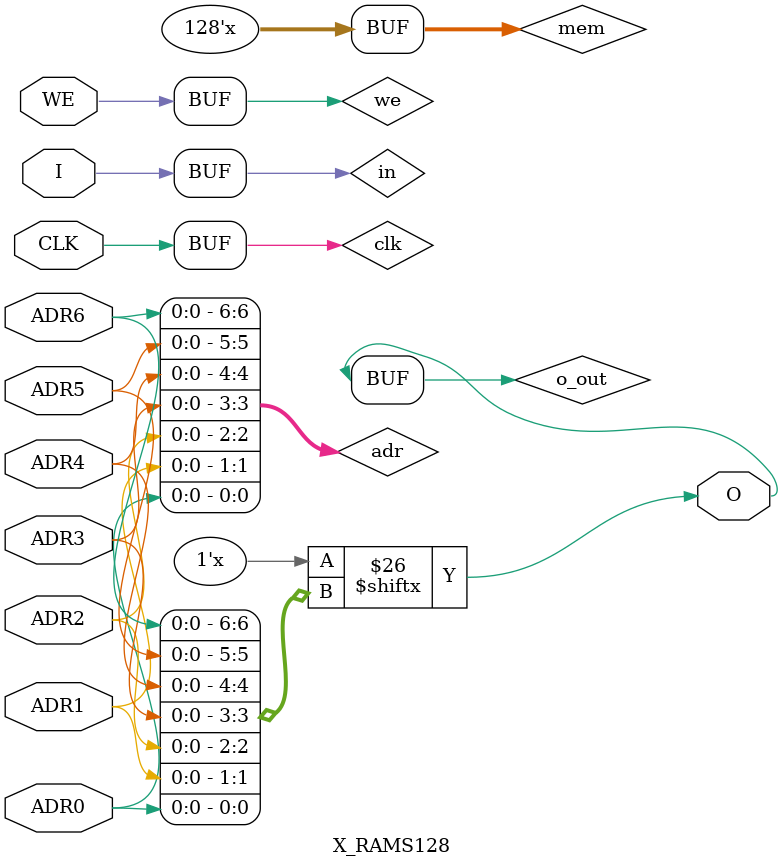
<source format=v>

`timescale 1 ps/1 ps

module X_RAMS128 (O, ADR0, ADR1, ADR2, ADR3, ADR4, ADR5, ADR6, CLK, I, WE);

  parameter INIT = 128'h00000000000000000000000000000000;

  output O;
  input ADR0, ADR1, ADR2, ADR3, ADR4, ADR5, ADR6, CLK, I, WE;

  reg [127:0] mem;
  wire [6:0] adr;

  wire in, we, clk;
  reg o_out;
  reg notifier;

  buf b1 (in, I);
  buf b2 (clk, CLK);
  buf b3 (we ,WE);
  buf b4 (adr[6],ADR6);
  buf b5 (adr[5],ADR5);
  buf b6 (adr[4],ADR4);
  buf b7 (adr[3],ADR3);
  buf b8 (adr[2],ADR2);
  buf b9 (adr[1],ADR1);
  buf bA (adr[0],ADR0);
  buf bB (O, o_out);

  initial begin
    mem <= INIT;
  end

  always @(posedge clk) begin
    if (we == 1'b1)
      mem[adr] <= in;
  end

  always @(mem or adr) begin
    o_out <= mem[adr];
  end

  always @(notifier) begin
    mem[adr] <= 1'bx;
  end

  specify

	(CLK => O) = (0:0:0, 0:0:0);
	(ADR0 => O) = (0:0:0, 0:0:0);
	(ADR1 => O) = (0:0:0, 0:0:0);
	(ADR2 => O) = (0:0:0, 0:0:0);
	(ADR3 => O) = (0:0:0, 0:0:0);
	(ADR4 => O) = (0:0:0, 0:0:0);
	(ADR5 => O) = (0:0:0, 0:0:0);
	(ADR6 => O) = (0:0:0, 0:0:0);

	$setuphold (posedge CLK, posedge I &&& WE, 0:0:0, 0:0:0, notifier);
	$setuphold (posedge CLK, negedge I &&& WE, 0:0:0, 0:0:0, notifier);
	$setuphold (posedge CLK, posedge ADR0 &&& WE, 0:0:0, 0:0:0, notifier);
	$setuphold (posedge CLK, negedge ADR0 &&& WE, 0:0:0, 0:0:0, notifier);
	$setuphold (posedge CLK, posedge ADR1 &&& WE, 0:0:0, 0:0:0, notifier);
	$setuphold (posedge CLK, negedge ADR1 &&& WE, 0:0:0, 0:0:0, notifier);
	$setuphold (posedge CLK, posedge ADR2 &&& WE, 0:0:0, 0:0:0, notifier);
	$setuphold (posedge CLK, negedge ADR2 &&& WE, 0:0:0, 0:0:0, notifier);
	$setuphold (posedge CLK, posedge ADR3 &&& WE, 0:0:0, 0:0:0, notifier);
	$setuphold (posedge CLK, negedge ADR3 &&& WE, 0:0:0, 0:0:0, notifier);
	$setuphold (posedge CLK, posedge ADR4 &&& WE, 0:0:0, 0:0:0, notifier);
	$setuphold (posedge CLK, negedge ADR4 &&& WE, 0:0:0, 0:0:0, notifier);
	$setuphold (posedge CLK, posedge ADR5 &&& WE, 0:0:0, 0:0:0, notifier);
	$setuphold (posedge CLK, negedge ADR5 &&& WE, 0:0:0, 0:0:0, notifier);
	$setuphold (posedge CLK, posedge ADR6 &&& WE, 0:0:0, 0:0:0, notifier);
	$setuphold (posedge CLK, negedge ADR6 &&& WE, 0:0:0, 0:0:0, notifier);
	$setuphold (posedge CLK, posedge WE, 0:0:0, 0:0:0, notifier);
	$setuphold (posedge CLK, negedge WE, 0:0:0, 0:0:0, notifier);

	$width (posedge CLK &&& WE, 0:0:0, 0, notifier);
	$width (negedge CLK &&& WE, 0:0:0, 0, notifier);

	specparam PATHPULSE$ = 0;

  endspecify

endmodule

</source>
